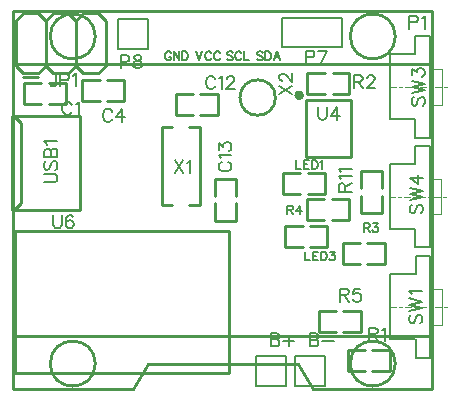
<source format=gto>
G04 Layer: TopSilkLayer*
G04 EasyEDA v6.4.7, 2020-10-05T14:23:05+01:00*
G04 80753c53b72f4884ac218c40b0928968,81cdacc9909441f8a3d49748f20dc12b,10*
G04 Gerber Generator version 0.2*
G04 Scale: 100 percent, Rotated: No, Reflected: No *
G04 Dimensions in millimeters *
G04 leading zeros omitted , absolute positions ,3 integer and 3 decimal *
%FSLAX33Y33*%
%MOMM*%
G90*
D02*

%ADD10C,0.254000*%
%ADD39C,0.200000*%
%ADD40C,0.100000*%
%ADD41C,0.050000*%
%ADD42C,0.203200*%
%ADD43C,0.202999*%
%ADD44C,0.399999*%
%ADD45C,0.177800*%
%ADD46C,0.152400*%

%LPD*%
G54D10*
G01X15222Y24945D02*
G01X13799Y24945D01*
G01X15857Y23167D02*
G01X17355Y23167D01*
G01X17355Y24945D01*
G01X15857Y24945D01*
G01X13799Y24945D02*
G01X13799Y23167D01*
G01X13799Y23167D02*
G01X15222Y23167D01*
G01X18887Y16355D02*
G01X18887Y17777D01*
G01X17109Y15720D02*
G01X17109Y14221D01*
G01X18887Y14221D01*
G01X18887Y15720D01*
G01X18887Y17777D02*
G01X17109Y17777D01*
G01X17109Y17777D02*
G01X17109Y16355D01*
G01X12Y32004D02*
G01X35512Y32004D01*
G01X12Y32004D02*
G01X12Y4D01*
G01X35512Y32004D02*
G01X35512Y4D01*
G01X12Y4D02*
G01X10142Y4D01*
G01X12Y27504D02*
G01X35512Y27504D01*
G01X12Y4504D02*
G01X35512Y4504D01*
G01X11412Y2154D02*
G01X24112Y2154D01*
G01X11412Y2154D02*
G01X10142Y4D01*
G01X24112Y2154D02*
G01X25382Y4D01*
G01X25382Y4D02*
G01X35512Y4D01*
G01X28148Y24477D02*
G01X24843Y24477D01*
G01X24843Y19677D01*
G01X28653Y19677D01*
G01X28653Y24477D01*
G01X28148Y24477D01*
G54D39*
G01X31963Y22832D02*
G01X31963Y28332D01*
G01X35313Y21282D02*
G01X35312Y29882D01*
G01X35312Y21282D02*
G01X34082Y21282D01*
G01X35311Y29882D02*
G01X34082Y29882D01*
G01X34082Y22832D02*
G01X34082Y21282D01*
G01X31962Y28333D02*
G01X34033Y28333D01*
G01X31962Y22832D02*
G01X34033Y22832D01*
G01X34082Y28332D02*
G01X34082Y29882D01*
G54D40*
G01X35312Y24083D02*
G01X36312Y24083D01*
G01X35312Y27083D02*
G01X36312Y27083D01*
G01X36312Y24083D02*
G01X36312Y27083D01*
G54D41*
G01X31904Y25582D02*
G01X32412Y25582D01*
G01X32666Y25582D02*
G01X32920Y25582D01*
G01X33174Y25582D02*
G01X33682Y25582D01*
G01X33936Y25582D02*
G01X34190Y25582D01*
G01X34444Y25582D02*
G01X34952Y25582D01*
G01X35206Y25582D02*
G01X35460Y25582D01*
G01X35714Y25582D02*
G01X36222Y25582D01*
G01X36476Y25582D02*
G01X36730Y25582D01*
G54D39*
G01X31935Y13541D02*
G01X31935Y19041D01*
G01X35285Y11991D02*
G01X35284Y20591D01*
G01X35284Y11991D02*
G01X34055Y11991D01*
G01X35283Y20591D02*
G01X34055Y20591D01*
G01X34055Y13541D02*
G01X34055Y11991D01*
G01X31934Y19042D02*
G01X34005Y19042D01*
G01X31934Y13541D02*
G01X34005Y13540D01*
G01X34055Y19041D02*
G01X34055Y20591D01*
G54D40*
G01X35284Y14791D02*
G01X36284Y14791D01*
G01X35284Y17791D02*
G01X36284Y17791D01*
G01X36284Y14791D02*
G01X36284Y17791D01*
G54D41*
G01X31876Y16291D02*
G01X32384Y16291D01*
G01X32638Y16291D02*
G01X32892Y16291D01*
G01X33146Y16291D02*
G01X33654Y16291D01*
G01X33908Y16291D02*
G01X34162Y16291D01*
G01X34416Y16291D02*
G01X34924Y16291D01*
G01X35178Y16291D02*
G01X35432Y16291D01*
G01X35686Y16291D02*
G01X36194Y16291D01*
G01X36448Y16291D02*
G01X36702Y16291D01*
G54D39*
G01X31965Y4207D02*
G01X31965Y9707D01*
G01X35316Y2657D02*
G01X35315Y11257D01*
G01X35315Y2657D02*
G01X34085Y2657D01*
G01X35313Y11257D02*
G01X34085Y11257D01*
G01X34085Y4207D02*
G01X34085Y2657D01*
G01X31965Y9707D02*
G01X34035Y9707D01*
G01X31965Y4207D02*
G01X34035Y4206D01*
G01X34085Y9707D02*
G01X34085Y11257D01*
G54D40*
G01X35315Y5457D02*
G01X36315Y5457D01*
G01X35315Y8457D02*
G01X36315Y8457D01*
G01X36315Y5457D02*
G01X36315Y8457D01*
G54D41*
G01X31907Y6957D02*
G01X32415Y6957D01*
G01X32669Y6957D02*
G01X32923Y6957D01*
G01X33177Y6957D02*
G01X33685Y6957D01*
G01X33939Y6957D02*
G01X34193Y6957D01*
G01X34447Y6957D02*
G01X34955Y6957D01*
G01X35209Y6957D02*
G01X35463Y6957D01*
G01X35717Y6957D02*
G01X36225Y6957D01*
G01X36479Y6957D02*
G01X36733Y6957D01*
G54D10*
G01X236Y27383D02*
G01X871Y26748D01*
G01X2141Y26748D02*
G01X2776Y27383D01*
G01X2776Y27383D02*
G01X3411Y26748D01*
G01X4681Y26748D02*
G01X5316Y27383D01*
G01X5316Y27383D02*
G01X5951Y26748D01*
G01X7221Y26748D02*
G01X7856Y27383D01*
G01X236Y27383D02*
G01X236Y31193D01*
G01X236Y31193D02*
G01X871Y31828D01*
G01X871Y31828D02*
G01X2141Y31828D01*
G01X2141Y31828D02*
G01X2776Y31193D01*
G01X2776Y31193D02*
G01X3411Y31828D01*
G01X3411Y31828D02*
G01X4681Y31828D01*
G01X4681Y31828D02*
G01X5316Y31193D01*
G01X5316Y31193D02*
G01X5951Y31828D01*
G01X5951Y31828D02*
G01X7221Y31828D01*
G01X7221Y31828D02*
G01X7856Y31193D01*
G01X2776Y31193D02*
G01X2776Y27383D01*
G01X5316Y31193D02*
G01X5316Y27383D01*
G01X7856Y31193D02*
G01X7856Y27383D01*
G01X5951Y26748D02*
G01X7221Y26748D01*
G01X3411Y26748D02*
G01X4681Y26748D01*
G01X871Y26748D02*
G01X2141Y26748D01*
G01X2141Y26418D02*
G01X871Y26418D01*
G01X13506Y15567D02*
G01X12606Y15567D01*
G01X12606Y22217D01*
G01X13506Y22217D01*
G01X14906Y22217D02*
G01X15806Y22217D01*
G01X15806Y15567D01*
G01X14906Y15567D01*
G01X29362Y12334D02*
G01X27939Y12334D01*
G01X29997Y10556D02*
G01X31495Y10556D01*
G01X31495Y12334D01*
G01X29997Y12334D01*
G01X27939Y12334D02*
G01X27939Y10556D01*
G01X27939Y10556D02*
G01X29362Y10556D01*
G01X3048Y24165D02*
G01X4470Y24165D01*
G01X2413Y25943D02*
G01X914Y25943D01*
G01X914Y24165D01*
G01X2413Y24165D01*
G01X4470Y24165D02*
G01X4470Y25943D01*
G01X4470Y25943D02*
G01X3048Y25943D01*
G01X26339Y16065D02*
G01X24917Y16065D01*
G01X26974Y14287D02*
G01X28473Y14287D01*
G01X28473Y16065D01*
G01X26974Y16065D01*
G01X24917Y16065D02*
G01X24917Y14287D01*
G01X24917Y14287D02*
G01X26339Y14287D01*
G01X24968Y16474D02*
G01X26390Y16474D01*
G01X24333Y18252D02*
G01X22834Y18252D01*
G01X22834Y16474D01*
G01X24333Y16474D01*
G01X26390Y16474D02*
G01X26390Y18252D01*
G01X26390Y18252D02*
G01X24968Y18252D01*
G01X25158Y12029D02*
G01X26581Y12029D01*
G01X24523Y13807D02*
G01X23025Y13807D01*
G01X23025Y12029D01*
G01X24523Y12029D01*
G01X26581Y12029D02*
G01X26581Y13807D01*
G01X26581Y13807D02*
G01X25158Y13807D01*
G01X5704Y15128D02*
G01X-35Y15128D01*
G01X5714Y15128D02*
G01X5714Y23128D01*
G01X5714Y23128D02*
G01X-25Y23128D01*
G01X-45Y15128D02*
G01X-45Y23128D01*
G01X664Y15738D02*
G01X664Y22508D01*
G01X-45Y15148D02*
G01X74Y15148D01*
G01X664Y15738D01*
G01X-25Y23098D02*
G01X74Y23098D01*
G01X664Y22508D01*
G01X27348Y6593D02*
G01X25925Y6593D01*
G01X27983Y4815D02*
G01X29481Y4815D01*
G01X29481Y6593D01*
G01X27983Y6593D01*
G01X25925Y6593D02*
G01X25925Y4815D01*
G01X25925Y4815D02*
G01X27348Y4815D01*
G54D42*
G01X23096Y281D02*
G01X20556Y281D01*
G01X20556Y2821D01*
G01X23096Y2821D01*
G01X23096Y916D01*
G54D43*
G01X23096Y281D02*
G01X23096Y916D01*
G54D42*
G01X26408Y271D02*
G01X23868Y271D01*
G01X23868Y2811D01*
G01X26408Y2811D01*
G01X26408Y906D01*
G54D43*
G01X26408Y271D02*
G01X26408Y906D01*
G54D10*
G01X27056Y24970D02*
G01X28478Y24970D01*
G01X26421Y26748D02*
G01X24922Y26748D01*
G01X24922Y24970D01*
G01X26421Y24970D01*
G01X28478Y24970D02*
G01X28478Y26748D01*
G01X28478Y26748D02*
G01X27056Y26748D01*
G54D42*
G01X27858Y31447D02*
G01X27858Y28933D01*
G01X22778Y28933D01*
G01X22778Y31447D01*
G01X27858Y31447D01*
G01X11412Y28780D02*
G01X8872Y28780D01*
G01X8872Y31320D01*
G01X11412Y31320D01*
G01X11412Y29415D01*
G54D43*
G01X11412Y28780D02*
G01X11412Y29415D01*
G54D10*
G01X7975Y24378D02*
G01X9398Y24378D01*
G01X7340Y26156D02*
G01X5842Y26156D01*
G01X5842Y24378D01*
G01X7340Y24378D01*
G01X9398Y24378D02*
G01X9398Y26156D01*
G01X9398Y26156D02*
G01X7975Y26156D01*
G01X29801Y3279D02*
G01X28379Y3279D01*
G01X30436Y1501D02*
G01X31935Y1501D01*
G01X31935Y3279D01*
G01X30436Y3279D01*
G01X28379Y3279D02*
G01X28379Y1501D01*
G01X28379Y1501D02*
G01X29801Y1501D01*
G01X29469Y16357D02*
G01X29469Y14935D01*
G01X31247Y16992D02*
G01X31247Y18491D01*
G01X29469Y18491D01*
G01X29469Y16992D01*
G01X29469Y14935D02*
G01X31247Y14935D01*
G01X31247Y14935D02*
G01X31247Y16357D01*
G01X18270Y1348D02*
G01X18270Y13388D01*
G01X18270Y13388D02*
G01X160Y13388D01*
G01X160Y13388D02*
G01X160Y1348D01*
G01X160Y1348D02*
G01X18270Y1348D01*
G54D45*
G01X17119Y26240D02*
G01X17066Y26344D01*
G01X16962Y26449D01*
G01X16860Y26499D01*
G01X16652Y26499D01*
G01X16548Y26449D01*
G01X16443Y26344D01*
G01X16390Y26240D01*
G01X16339Y26085D01*
G01X16339Y25826D01*
G01X16390Y25669D01*
G01X16443Y25565D01*
G01X16548Y25460D01*
G01X16652Y25410D01*
G01X16860Y25410D01*
G01X16962Y25460D01*
G01X17066Y25565D01*
G01X17119Y25669D01*
G01X17462Y26294D02*
G01X17566Y26344D01*
G01X17721Y26499D01*
G01X17721Y25410D01*
G01X18117Y26240D02*
G01X18117Y26294D01*
G01X18168Y26398D01*
G01X18219Y26449D01*
G01X18323Y26499D01*
G01X18531Y26499D01*
G01X18636Y26449D01*
G01X18689Y26398D01*
G01X18740Y26294D01*
G01X18740Y26189D01*
G01X18689Y26085D01*
G01X18585Y25928D01*
G01X18064Y25410D01*
G01X18790Y25410D01*
G01X17665Y19225D02*
G01X17561Y19171D01*
G01X17457Y19067D01*
G01X17406Y18966D01*
G01X17406Y18757D01*
G01X17457Y18653D01*
G01X17561Y18549D01*
G01X17665Y18496D01*
G01X17820Y18445D01*
G01X18079Y18445D01*
G01X18237Y18496D01*
G01X18341Y18549D01*
G01X18445Y18653D01*
G01X18496Y18757D01*
G01X18496Y18966D01*
G01X18445Y19067D01*
G01X18341Y19171D01*
G01X18237Y19225D01*
G01X17612Y19568D02*
G01X17561Y19672D01*
G01X17406Y19827D01*
G01X18496Y19827D01*
G01X17406Y20274D02*
G01X17406Y20845D01*
G01X17820Y20533D01*
G01X17820Y20690D01*
G01X17873Y20794D01*
G01X17924Y20845D01*
G01X18079Y20896D01*
G01X18183Y20896D01*
G01X18341Y20845D01*
G01X18445Y20741D01*
G01X18496Y20586D01*
G01X18496Y20429D01*
G01X18445Y20274D01*
G01X18392Y20223D01*
G01X18287Y20170D01*
G01X33573Y31612D02*
G01X33573Y30520D01*
G01X33573Y31612D02*
G01X34041Y31612D01*
G01X34196Y31559D01*
G01X34249Y31508D01*
G01X34300Y31404D01*
G01X34300Y31249D01*
G01X34249Y31145D01*
G01X34196Y31092D01*
G01X34041Y31041D01*
G01X33573Y31041D01*
G01X34643Y31404D02*
G01X34747Y31455D01*
G01X34904Y31612D01*
G01X34904Y30520D01*
G54D46*
G01X13383Y28412D02*
G01X13347Y28483D01*
G01X13279Y28552D01*
G01X13207Y28587D01*
G01X13070Y28587D01*
G01X13002Y28552D01*
G01X12931Y28483D01*
G01X12898Y28412D01*
G01X12862Y28310D01*
G01X12862Y28135D01*
G01X12898Y28031D01*
G01X12931Y27962D01*
G01X13002Y27894D01*
G01X13070Y27858D01*
G01X13207Y27858D01*
G01X13279Y27894D01*
G01X13347Y27962D01*
G01X13383Y28031D01*
G01X13383Y28135D01*
G01X13207Y28135D02*
G01X13383Y28135D01*
G01X13611Y28587D02*
G01X13611Y27858D01*
G01X13611Y28587D02*
G01X14094Y27858D01*
G01X14094Y28587D02*
G01X14094Y27858D01*
G01X14323Y28587D02*
G01X14323Y27858D01*
G01X14323Y28587D02*
G01X14566Y28587D01*
G01X14671Y28552D01*
G01X14739Y28483D01*
G01X14775Y28412D01*
G01X14808Y28310D01*
G01X14808Y28135D01*
G01X14775Y28031D01*
G01X14739Y27962D01*
G01X14671Y27894D01*
G01X14566Y27858D01*
G01X14323Y27858D01*
G01X15493Y28590D02*
G01X15770Y27861D01*
G01X16047Y28590D02*
G01X15770Y27861D01*
G01X16797Y28414D02*
G01X16761Y28486D01*
G01X16692Y28554D01*
G01X16624Y28590D01*
G01X16484Y28590D01*
G01X16416Y28554D01*
G01X16344Y28486D01*
G01X16311Y28414D01*
G01X16276Y28313D01*
G01X16276Y28138D01*
G01X16311Y28033D01*
G01X16344Y27965D01*
G01X16416Y27896D01*
G01X16484Y27861D01*
G01X16624Y27861D01*
G01X16692Y27896D01*
G01X16761Y27965D01*
G01X16797Y28033D01*
G01X17543Y28414D02*
G01X17510Y28486D01*
G01X17439Y28554D01*
G01X17371Y28590D01*
G01X17233Y28590D01*
G01X17162Y28554D01*
G01X17094Y28486D01*
G01X17058Y28414D01*
G01X17025Y28313D01*
G01X17025Y28138D01*
G01X17058Y28033D01*
G01X17094Y27965D01*
G01X17162Y27896D01*
G01X17233Y27861D01*
G01X17371Y27861D01*
G01X17439Y27896D01*
G01X17510Y27965D01*
G01X17543Y28033D01*
G01X18600Y28486D02*
G01X18531Y28554D01*
G01X18427Y28590D01*
G01X18287Y28590D01*
G01X18183Y28554D01*
G01X18115Y28486D01*
G01X18115Y28414D01*
G01X18150Y28346D01*
G01X18183Y28313D01*
G01X18254Y28277D01*
G01X18460Y28209D01*
G01X18531Y28173D01*
G01X18564Y28138D01*
G01X18600Y28072D01*
G01X18600Y27965D01*
G01X18531Y27896D01*
G01X18427Y27863D01*
G01X18287Y27863D01*
G01X18183Y27896D01*
G01X18115Y27965D01*
G01X19347Y28414D02*
G01X19314Y28486D01*
G01X19245Y28554D01*
G01X19174Y28590D01*
G01X19037Y28590D01*
G01X18966Y28554D01*
G01X18897Y28486D01*
G01X18864Y28414D01*
G01X18829Y28313D01*
G01X18829Y28138D01*
G01X18864Y28033D01*
G01X18897Y27965D01*
G01X18966Y27896D01*
G01X19037Y27863D01*
G01X19174Y27863D01*
G01X19245Y27896D01*
G01X19314Y27965D01*
G01X19347Y28033D01*
G01X19575Y28590D02*
G01X19575Y27863D01*
G01X19575Y27863D02*
G01X19992Y27863D01*
G01X21130Y28483D02*
G01X21061Y28552D01*
G01X20957Y28587D01*
G01X20817Y28587D01*
G01X20713Y28552D01*
G01X20645Y28483D01*
G01X20645Y28412D01*
G01X20680Y28343D01*
G01X20713Y28310D01*
G01X20784Y28275D01*
G01X20990Y28206D01*
G01X21061Y28171D01*
G01X21094Y28135D01*
G01X21130Y28067D01*
G01X21130Y27962D01*
G01X21061Y27894D01*
G01X20957Y27858D01*
G01X20817Y27858D01*
G01X20713Y27894D01*
G01X20645Y27962D01*
G01X21358Y28587D02*
G01X21358Y27858D01*
G01X21358Y28587D02*
G01X21600Y28587D01*
G01X21704Y28552D01*
G01X21775Y28483D01*
G01X21808Y28412D01*
G01X21843Y28310D01*
G01X21843Y28135D01*
G01X21808Y28031D01*
G01X21775Y27962D01*
G01X21704Y27894D01*
G01X21600Y27858D01*
G01X21358Y27858D01*
G01X22349Y28587D02*
G01X22072Y27858D01*
G01X22349Y28587D02*
G01X22626Y27858D01*
G01X22176Y28102D02*
G01X22522Y28102D01*
G54D45*
G01X25834Y23865D02*
G01X25834Y23086D01*
G01X25885Y22931D01*
G01X25989Y22826D01*
G01X26146Y22773D01*
G01X26250Y22773D01*
G01X26405Y22826D01*
G01X26510Y22931D01*
G01X26560Y23086D01*
G01X26560Y23865D01*
G01X27424Y23865D02*
G01X26903Y23136D01*
G01X27683Y23136D01*
G01X27424Y23865D02*
G01X27424Y22773D01*
G01X22555Y24965D02*
G01X23644Y25692D01*
G01X22555Y25692D02*
G01X23644Y24965D01*
G01X22814Y26088D02*
G01X22760Y26088D01*
G01X22656Y26139D01*
G01X22605Y26192D01*
G01X22555Y26296D01*
G01X22555Y26502D01*
G01X22605Y26606D01*
G01X22656Y26659D01*
G01X22760Y26710D01*
G01X22865Y26710D01*
G01X22969Y26659D01*
G01X23126Y26555D01*
G01X23644Y26035D01*
G01X23644Y26763D01*
G01X33914Y24721D02*
G01X33809Y24617D01*
G01X33759Y24462D01*
G01X33759Y24254D01*
G01X33809Y24099D01*
G01X33914Y23995D01*
G01X34018Y23995D01*
G01X34122Y24046D01*
G01X34173Y24099D01*
G01X34226Y24203D01*
G01X34330Y24516D01*
G01X34381Y24617D01*
G01X34432Y24671D01*
G01X34536Y24721D01*
G01X34693Y24721D01*
G01X34797Y24617D01*
G01X34848Y24462D01*
G01X34848Y24254D01*
G01X34797Y24099D01*
G01X34693Y23995D01*
G01X33759Y25064D02*
G01X34848Y25326D01*
G01X33759Y25585D02*
G01X34848Y25326D01*
G01X33759Y25585D02*
G01X34848Y25844D01*
G01X33759Y26103D02*
G01X34848Y25844D01*
G01X33759Y26550D02*
G01X33759Y27122D01*
G01X34173Y26812D01*
G01X34173Y26967D01*
G01X34226Y27071D01*
G01X34277Y27122D01*
G01X34432Y27175D01*
G01X34536Y27175D01*
G01X34693Y27122D01*
G01X34797Y27018D01*
G01X34848Y26863D01*
G01X34848Y26708D01*
G01X34797Y26550D01*
G01X34744Y26499D01*
G01X34640Y26446D01*
G01X33759Y15621D02*
G01X33655Y15516D01*
G01X33604Y15361D01*
G01X33604Y15153D01*
G01X33655Y14998D01*
G01X33759Y14894D01*
G01X33863Y14894D01*
G01X33967Y14945D01*
G01X34018Y14998D01*
G01X34071Y15102D01*
G01X34175Y15415D01*
G01X34226Y15516D01*
G01X34277Y15570D01*
G01X34381Y15621D01*
G01X34538Y15621D01*
G01X34643Y15516D01*
G01X34693Y15361D01*
G01X34693Y15153D01*
G01X34643Y14998D01*
G01X34538Y14894D01*
G01X33604Y15963D02*
G01X34693Y16225D01*
G01X33604Y16484D02*
G01X34693Y16225D01*
G01X33604Y16484D02*
G01X34693Y16743D01*
G01X33604Y17002D02*
G01X34693Y16743D01*
G01X33604Y17866D02*
G01X34330Y17345D01*
G01X34330Y18125D01*
G01X33604Y17866D02*
G01X34693Y17866D01*
G01X33726Y6286D02*
G01X33621Y6182D01*
G01X33571Y6027D01*
G01X33571Y5819D01*
G01X33621Y5664D01*
G01X33726Y5560D01*
G01X33830Y5560D01*
G01X33934Y5610D01*
G01X33985Y5664D01*
G01X34038Y5768D01*
G01X34142Y6080D01*
G01X34193Y6182D01*
G01X34244Y6235D01*
G01X34348Y6286D01*
G01X34505Y6286D01*
G01X34609Y6182D01*
G01X34660Y6027D01*
G01X34660Y5819D01*
G01X34609Y5664D01*
G01X34505Y5560D01*
G01X33571Y6629D02*
G01X34660Y6891D01*
G01X33571Y7150D02*
G01X34660Y6891D01*
G01X33571Y7150D02*
G01X34660Y7409D01*
G01X33571Y7668D02*
G01X34660Y7409D01*
G01X33776Y8011D02*
G01X33726Y8115D01*
G01X33571Y8272D01*
G01X34660Y8272D01*
G01X3665Y26720D02*
G01X3665Y25890D01*
G01X3611Y25735D01*
G01X3561Y25681D01*
G01X3456Y25631D01*
G01X3352Y25631D01*
G01X3248Y25681D01*
G01X3195Y25735D01*
G01X3144Y25890D01*
G01X3144Y25994D01*
G01X4008Y26720D02*
G01X4008Y25631D01*
G01X4008Y26720D02*
G01X4475Y26720D01*
G01X4630Y26670D01*
G01X4681Y26619D01*
G01X4734Y26515D01*
G01X4734Y26357D01*
G01X4681Y26253D01*
G01X4630Y26202D01*
G01X4475Y26149D01*
G01X4008Y26149D01*
G01X5077Y26515D02*
G01X5181Y26565D01*
G01X5336Y26720D01*
G01X5336Y25631D01*
G01X13698Y19382D02*
G01X14424Y18290D01*
G01X14424Y19382D02*
G01X13698Y18290D01*
G01X14767Y19174D02*
G01X14871Y19225D01*
G01X15029Y19382D01*
G01X15029Y18290D01*
G01X29717Y14020D02*
G01X29717Y13291D01*
G01X29717Y14020D02*
G01X30030Y14020D01*
G01X30134Y13985D01*
G01X30167Y13949D01*
G01X30203Y13881D01*
G01X30203Y13812D01*
G01X30167Y13743D01*
G01X30134Y13708D01*
G01X30030Y13672D01*
G01X29717Y13672D01*
G01X29959Y13672D02*
G01X30203Y13291D01*
G01X30500Y14020D02*
G01X30881Y14020D01*
G01X30673Y13743D01*
G01X30777Y13743D01*
G01X30848Y13708D01*
G01X30881Y13672D01*
G01X30916Y13568D01*
G01X30916Y13500D01*
G01X30881Y13395D01*
G01X30812Y13327D01*
G01X30708Y13291D01*
G01X30604Y13291D01*
G01X30500Y13327D01*
G01X30467Y13362D01*
G01X30431Y13431D01*
G01X4968Y24048D02*
G01X4914Y24152D01*
G01X4810Y24257D01*
G01X4709Y24307D01*
G01X4500Y24307D01*
G01X4396Y24257D01*
G01X4292Y24152D01*
G01X4239Y24048D01*
G01X4188Y23893D01*
G01X4188Y23634D01*
G01X4239Y23477D01*
G01X4292Y23373D01*
G01X4396Y23268D01*
G01X4500Y23218D01*
G01X4709Y23218D01*
G01X4810Y23268D01*
G01X4914Y23373D01*
G01X4968Y23477D01*
G01X5311Y24102D02*
G01X5415Y24152D01*
G01X5570Y24307D01*
G01X5570Y23218D01*
G01X23228Y15516D02*
G01X23228Y14787D01*
G01X23228Y15516D02*
G01X23540Y15516D01*
G01X23644Y15481D01*
G01X23677Y15445D01*
G01X23713Y15377D01*
G01X23713Y15308D01*
G01X23677Y15240D01*
G01X23644Y15204D01*
G01X23540Y15168D01*
G01X23228Y15168D01*
G01X23469Y15168D02*
G01X23713Y14787D01*
G01X24287Y15516D02*
G01X23942Y15031D01*
G01X24460Y15031D01*
G01X24287Y15516D02*
G01X24287Y14787D01*
G01X23977Y19367D02*
G01X23977Y18638D01*
G01X23977Y18638D02*
G01X24394Y18638D01*
G01X24622Y19367D02*
G01X24622Y18638D01*
G01X24622Y19367D02*
G01X25072Y19367D01*
G01X24622Y19019D02*
G01X24899Y19019D01*
G01X24622Y18638D02*
G01X25072Y18638D01*
G01X25300Y19367D02*
G01X25300Y18638D01*
G01X25300Y19367D02*
G01X25542Y19367D01*
G01X25646Y19331D01*
G01X25717Y19263D01*
G01X25750Y19192D01*
G01X25786Y19090D01*
G01X25786Y18915D01*
G01X25750Y18811D01*
G01X25717Y18742D01*
G01X25646Y18674D01*
G01X25542Y18638D01*
G01X25300Y18638D01*
G01X26014Y19227D02*
G01X26083Y19263D01*
G01X26187Y19367D01*
G01X26187Y18638D01*
G01X24739Y11628D02*
G01X24739Y10899D01*
G01X24739Y10899D02*
G01X25156Y10899D01*
G01X25384Y11628D02*
G01X25384Y10899D01*
G01X25384Y11628D02*
G01X25834Y11628D01*
G01X25384Y11280D02*
G01X25661Y11280D01*
G01X25384Y10899D02*
G01X25834Y10899D01*
G01X26062Y11628D02*
G01X26062Y10899D01*
G01X26062Y11628D02*
G01X26304Y11628D01*
G01X26408Y11592D01*
G01X26479Y11523D01*
G01X26512Y11452D01*
G01X26548Y11351D01*
G01X26548Y11175D01*
G01X26512Y11071D01*
G01X26479Y11003D01*
G01X26408Y10934D01*
G01X26304Y10899D01*
G01X26062Y10899D01*
G01X26845Y11628D02*
G01X27226Y11628D01*
G01X27017Y11351D01*
G01X27122Y11351D01*
G01X27190Y11315D01*
G01X27226Y11280D01*
G01X27261Y11175D01*
G01X27261Y11107D01*
G01X27226Y11003D01*
G01X27157Y10934D01*
G01X27053Y10899D01*
G01X26949Y10899D01*
G01X26845Y10934D01*
G01X26809Y10970D01*
G01X26776Y11038D01*
G01X2661Y17490D02*
G01X3441Y17490D01*
G01X3596Y17541D01*
G01X3700Y17645D01*
G01X3751Y17800D01*
G01X3751Y17904D01*
G01X3700Y18061D01*
G01X3596Y18166D01*
G01X3441Y18216D01*
G01X2661Y18216D01*
G01X2816Y19286D02*
G01X2712Y19184D01*
G01X2661Y19027D01*
G01X2661Y18818D01*
G01X2712Y18663D01*
G01X2816Y18559D01*
G01X2921Y18559D01*
G01X3025Y18613D01*
G01X3075Y18663D01*
G01X3129Y18768D01*
G01X3233Y19080D01*
G01X3284Y19184D01*
G01X3337Y19235D01*
G01X3441Y19286D01*
G01X3596Y19286D01*
G01X3700Y19184D01*
G01X3751Y19027D01*
G01X3751Y18818D01*
G01X3700Y18663D01*
G01X3596Y18559D01*
G01X2661Y19629D02*
G01X3751Y19629D01*
G01X2661Y19629D02*
G01X2661Y20099D01*
G01X2712Y20253D01*
G01X2766Y20304D01*
G01X2870Y20358D01*
G01X2971Y20358D01*
G01X3075Y20304D01*
G01X3129Y20253D01*
G01X3180Y20099D01*
G01X3180Y19629D02*
G01X3180Y20099D01*
G01X3233Y20253D01*
G01X3284Y20304D01*
G01X3388Y20358D01*
G01X3543Y20358D01*
G01X3647Y20304D01*
G01X3700Y20253D01*
G01X3751Y20099D01*
G01X3751Y19629D01*
G01X2870Y20701D02*
G01X2816Y20805D01*
G01X2661Y20960D01*
G01X3751Y20960D01*
G01X27703Y8486D02*
G01X27703Y7396D01*
G01X27703Y8486D02*
G01X28171Y8486D01*
G01X28326Y8435D01*
G01X28379Y8384D01*
G01X28430Y8280D01*
G01X28430Y8176D01*
G01X28379Y8072D01*
G01X28326Y8018D01*
G01X28171Y7967D01*
G01X27703Y7967D01*
G01X28066Y7967D02*
G01X28430Y7396D01*
G01X29397Y8486D02*
G01X28877Y8486D01*
G01X28826Y8018D01*
G01X28877Y8072D01*
G01X29034Y8122D01*
G01X29189Y8122D01*
G01X29344Y8072D01*
G01X29448Y7967D01*
G01X29502Y7813D01*
G01X29502Y7708D01*
G01X29448Y7551D01*
G01X29344Y7447D01*
G01X29189Y7396D01*
G01X29034Y7396D01*
G01X28877Y7447D01*
G01X28826Y7500D01*
G01X28773Y7604D01*
G01X21826Y4714D02*
G01X21826Y3624D01*
G01X21826Y4714D02*
G01X22293Y4714D01*
G01X22448Y4663D01*
G01X22501Y4612D01*
G01X22552Y4508D01*
G01X22552Y4404D01*
G01X22501Y4300D01*
G01X22448Y4246D01*
G01X22293Y4196D01*
G01X21826Y4196D02*
G01X22293Y4196D01*
G01X22448Y4142D01*
G01X22501Y4091D01*
G01X22552Y3987D01*
G01X22552Y3832D01*
G01X22501Y3728D01*
G01X22448Y3675D01*
G01X22293Y3624D01*
G01X21826Y3624D01*
G01X23362Y4559D02*
G01X23362Y3624D01*
G01X22895Y4091D02*
G01X23832Y4091D01*
G01X25138Y4704D02*
G01X25138Y3614D01*
G01X25138Y4704D02*
G01X25605Y4704D01*
G01X25760Y4653D01*
G01X25814Y4602D01*
G01X25864Y4498D01*
G01X25864Y4394D01*
G01X25814Y4290D01*
G01X25760Y4236D01*
G01X25605Y4185D01*
G01X25138Y4185D02*
G01X25605Y4185D01*
G01X25760Y4132D01*
G01X25814Y4081D01*
G01X25864Y3977D01*
G01X25864Y3822D01*
G01X25814Y3718D01*
G01X25760Y3665D01*
G01X25605Y3614D01*
G01X25138Y3614D01*
G01X26207Y4081D02*
G01X27144Y4081D01*
G01X28874Y26553D02*
G01X28874Y25463D01*
G01X28874Y26553D02*
G01X29342Y26553D01*
G01X29497Y26502D01*
G01X29550Y26451D01*
G01X29601Y26347D01*
G01X29601Y26243D01*
G01X29550Y26139D01*
G01X29497Y26085D01*
G01X29342Y26035D01*
G01X28874Y26035D01*
G01X29237Y26035D02*
G01X29601Y25463D01*
G01X29997Y26294D02*
G01X29997Y26347D01*
G01X30048Y26451D01*
G01X30101Y26502D01*
G01X30205Y26553D01*
G01X30411Y26553D01*
G01X30515Y26502D01*
G01X30568Y26451D01*
G01X30619Y26347D01*
G01X30619Y26243D01*
G01X30568Y26139D01*
G01X30464Y25981D01*
G01X29944Y25463D01*
G01X30673Y25463D01*
G01X24790Y28653D02*
G01X24790Y27564D01*
G01X24790Y28653D02*
G01X25257Y28653D01*
G01X25412Y28602D01*
G01X25466Y28552D01*
G01X25516Y28448D01*
G01X25516Y28290D01*
G01X25466Y28186D01*
G01X25412Y28135D01*
G01X25257Y28082D01*
G01X24790Y28082D01*
G01X26588Y28653D02*
G01X26067Y27564D01*
G01X25859Y28653D02*
G01X26588Y28653D01*
G01X9126Y28272D02*
G01X9126Y27183D01*
G01X9126Y28272D02*
G01X9593Y28272D01*
G01X9748Y28221D01*
G01X9801Y28171D01*
G01X9852Y28067D01*
G01X9852Y27909D01*
G01X9801Y27805D01*
G01X9748Y27754D01*
G01X9593Y27701D01*
G01X9126Y27701D01*
G01X10457Y28272D02*
G01X10299Y28221D01*
G01X10248Y28117D01*
G01X10248Y28013D01*
G01X10299Y27909D01*
G01X10403Y27858D01*
G01X10612Y27805D01*
G01X10767Y27754D01*
G01X10871Y27650D01*
G01X10924Y27546D01*
G01X10924Y27391D01*
G01X10871Y27287D01*
G01X10820Y27233D01*
G01X10662Y27183D01*
G01X10457Y27183D01*
G01X10299Y27233D01*
G01X10248Y27287D01*
G01X10195Y27391D01*
G01X10195Y27546D01*
G01X10248Y27650D01*
G01X10353Y27754D01*
G01X10507Y27805D01*
G01X10716Y27858D01*
G01X10820Y27909D01*
G01X10871Y28013D01*
G01X10871Y28117D01*
G01X10820Y28221D01*
G01X10662Y28272D01*
G01X10457Y28272D01*
G01X8399Y23472D02*
G01X8346Y23576D01*
G01X8242Y23680D01*
G01X8140Y23731D01*
G01X7932Y23731D01*
G01X7828Y23680D01*
G01X7724Y23576D01*
G01X7670Y23472D01*
G01X7620Y23317D01*
G01X7620Y23058D01*
G01X7670Y22900D01*
G01X7724Y22796D01*
G01X7828Y22692D01*
G01X7932Y22641D01*
G01X8140Y22641D01*
G01X8242Y22692D01*
G01X8346Y22796D01*
G01X8399Y22900D01*
G01X9260Y23731D02*
G01X8742Y23004D01*
G01X9522Y23004D01*
G01X9260Y23731D02*
G01X9260Y22641D01*
G01X30157Y5171D02*
G01X30157Y4081D01*
G01X30157Y5171D02*
G01X30624Y5171D01*
G01X30779Y5120D01*
G01X30833Y5069D01*
G01X30883Y4965D01*
G01X30883Y4861D01*
G01X30833Y4757D01*
G01X30779Y4704D01*
G01X30624Y4653D01*
G01X30157Y4653D01*
G01X30520Y4653D02*
G01X30883Y4081D01*
G01X31226Y4965D02*
G01X31330Y5016D01*
G01X31488Y5171D01*
G01X31488Y4081D01*
G01X27576Y16713D02*
G01X28666Y16713D01*
G01X27576Y16713D02*
G01X27576Y17180D01*
G01X27627Y17335D01*
G01X27678Y17388D01*
G01X27782Y17439D01*
G01X27886Y17439D01*
G01X27990Y17388D01*
G01X28044Y17335D01*
G01X28094Y17180D01*
G01X28094Y16713D01*
G01X28094Y17076D02*
G01X28666Y17439D01*
G01X27782Y17782D02*
G01X27731Y17886D01*
G01X27576Y18044D01*
G01X28666Y18044D01*
G01X27782Y18387D02*
G01X27731Y18491D01*
G01X27576Y18646D01*
G01X28666Y18646D01*
G01X3398Y14704D02*
G01X3398Y13926D01*
G01X3449Y13769D01*
G01X3553Y13665D01*
G01X3710Y13614D01*
G01X3815Y13614D01*
G01X3969Y13665D01*
G01X4074Y13769D01*
G01X4124Y13926D01*
G01X4124Y14704D01*
G01X5092Y14549D02*
G01X5039Y14653D01*
G01X4884Y14704D01*
G01X4780Y14704D01*
G01X4625Y14653D01*
G01X4521Y14498D01*
G01X4467Y14236D01*
G01X4467Y13977D01*
G01X4521Y13769D01*
G01X4625Y13665D01*
G01X4780Y13614D01*
G01X4833Y13614D01*
G01X4988Y13665D01*
G01X5092Y13769D01*
G01X5143Y13926D01*
G01X5143Y13977D01*
G01X5092Y14132D01*
G01X4988Y14236D01*
G01X4833Y14290D01*
G01X4780Y14290D01*
G01X4625Y14236D01*
G01X4521Y14132D01*
G01X4467Y13977D01*
G54D44*
G75*
G01X24437Y24872D02*
G03X24437Y24869I-200J-2D01*
G01*
G54D10*
G75*
G01X6967Y29855D02*
G03X6967Y29855I-1905J0D01*
G01*
G75*
G01X32367Y29855D02*
G03X32367Y29855I-1905J0D01*
G01*
G75*
G01X6967Y2154D02*
G03X6967Y2154I-1905J0D01*
G01*
G75*
G01X32367Y2154D02*
G03X32367Y2154I-1905J0D01*
G01*
G75*
G01X22222Y24676D02*
G03X22222Y24676I-1501J0D01*
G01*
M00*
M02*

</source>
